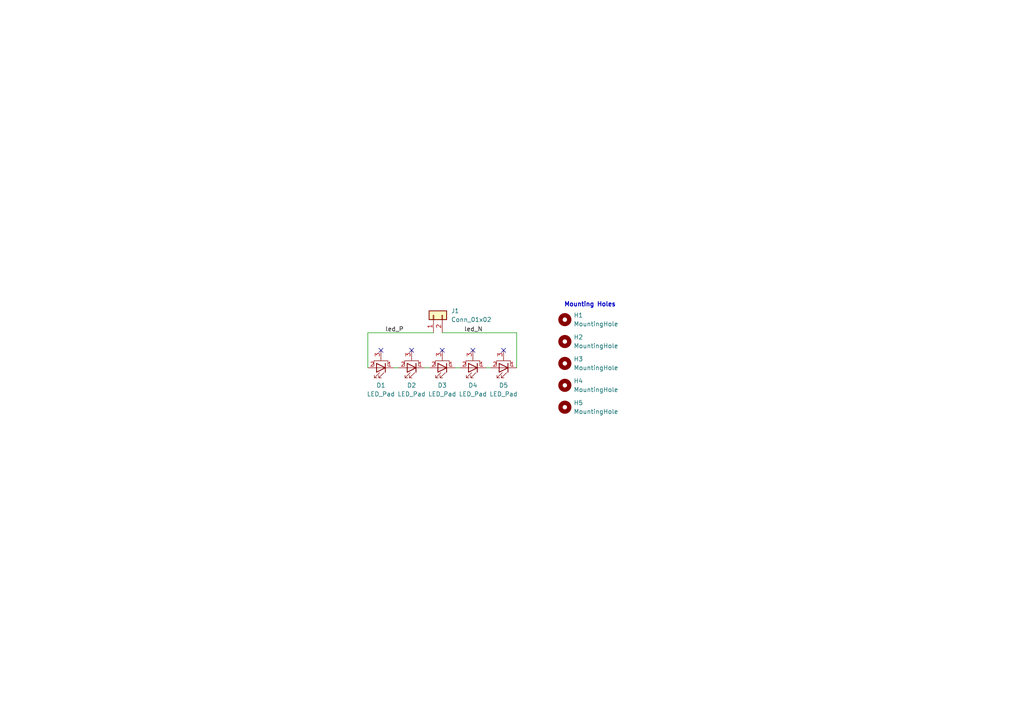
<source format=kicad_sch>
(kicad_sch (version 20250114) (generator "eeschema") (generator_version "9.0")
  (paper "A4")
  (title_block (title "Terrarium LED Board") (date "2025-03-11") (rev "v0.3"))
  (lib_symbols
    (symbol "Connector_Generic:Conn_01x02" (pin_names (offset 1.016) (hide yes))
      (property "Reference" "J" (at 0 2.54 0))
      (property "Value" "Conn_01x02" (at 0 -5.08 0))
      (symbol "Conn_01x02_1_1"
        (rectangle (start -1.27 1.27) (end 1.27 -3.81) (stroke (width 0.254)) (fill (type background)))
        (rectangle (start -1.27 0.127) (end 0 -0.127) (stroke (width 0.1524)))
        (rectangle (start -1.27 -2.413) (end 0 -2.667) (stroke (width 0.1524)))
        (pin passive line (at -5.08 0 0) (length 3.81) (name "Pin_1") (number "1"))
        (pin passive line (at -5.08 -2.54 0) (length 3.81) (name "Pin_2") (number "2"))
      )
    )
    (symbol "Device:LED_Pad" (pin_names (offset 1.016) (hide yes))
      (property "Reference" "D" (at 0 5.715 0))
      (property "Value" "LED_Pad" (at 0 3.81 0))
      (symbol "LED_Pad_0_1"
        (polyline (pts (xy -2.032 -0.508) (xy -2.032 -2.032) (xy 2.032 -2.032) (xy 2.032 -0.508)))
        (polyline (pts (xy -1.27 0) (xy 1.27 0)))
        (polyline (pts (xy -1.27 -1.27) (xy -1.27 1.27)) (stroke (width 0.254)))
        (polyline (pts (xy -0.889 1.397) (xy 0.635 2.921) (xy -0.127 2.921) (xy 0.635 2.921) (xy 0.635 2.159)))
        (polyline (pts (xy 0 -2.54) (xy 0 -2.032)))
        (polyline (pts (xy 0.381 1.397) (xy 1.905 2.921) (xy 1.143 2.921) (xy 1.905 2.921) (xy 1.905 2.159)))
        (polyline (pts (xy 1.27 -1.27) (xy 1.27 1.27) (xy -1.27 0) (xy 1.27 -1.27)) (stroke (width 0.254)))
      )
      (symbol "LED_Pad_1_1"
        (pin passive line (at -3.81 0 0) (length 2.54) (name "K") (number "1"))
        (pin passive line (at 0 -5.08 90) (length 2.54) (name "PAD") (number "3"))
        (pin passive line (at 3.81 0 180) (length 2.54) (name "A") (number "2"))
      )
    )
    (symbol "Mechanical:MountingHole" (pin_names (offset 1.016)) (exclude_from_sim yes) (in_bom no)
      (property "Reference" "H" (at 0 5.08 0))
      (property "Value" "MountingHole" (at 0 3.175 0))
      (symbol "MountingHole_0_1"
        (circle (center 0 0) (radius 1.27) (stroke (width 1.27)))
      )
    )
  )
  (text "Mounting Holes" (at 163.576 89.154 0) (effects (font (size 1.27 1.27) (thickness 0.254) (bold yes)) (justify left bottom)))
  (no_connect (at 110.49 101.6))
  (no_connect (at 128.27 101.6))
  (no_connect (at 119.38 101.6))
  (no_connect (at 137.16 101.6))
  (no_connect (at 146.05 101.6))
  (wire (pts (xy 125.73 96.52) (xy 106.68 96.52)))
  (wire (pts (xy 128.27 96.52) (xy 149.86 96.52)))
  (wire (pts (xy 114.3 106.68) (xy 115.57 106.68)))
  (wire (pts (xy 106.68 96.52) (xy 106.68 106.68)))
  (wire (pts (xy 149.86 96.52) (xy 149.86 106.68)))
  (wire (pts (xy 140.97 106.68) (xy 142.24 106.68)))
  (wire (pts (xy 123.19 106.68) (xy 124.46 106.68)))
  (wire (pts (xy 132.08 106.68) (xy 133.35 106.68)))
  (label "led_P" (at 111.76 96.52 0))
  (label "led_N" (at 134.62 96.52 0))
  (symbol (lib_id "Device:LED_Pad") (at 119.38 106.68 180) (unit 1)
    (property "Reference" "D2" (at 119.38 111.76 0))
    (property "Value" "LED_Pad" (at 119.38 114.3 0))
    (property "Footprint" "lib:LED_XTEAWT-00-0000-000000F51" (effects (hide yes)))
    (property "digikey#" "XTEAWT-00-0000-000000GF4CT-ND" (effects (hide yes)))
    (property "LCSC Part #" "C9900048586" (effects (hide yes)))
  )
  (symbol (lib_id "Mechanical:MountingHole") (at 163.83 92.71 0) (unit 1) (exclude_from_sim yes) (in_bom no)
    (property "Reference" "H1" (at 166.37 91.4399 0) (effects (justify left)))
    (property "Value" "MountingHole" (at 166.37 93.9799 0) (effects (justify left)))
    (property "Footprint" "MountingHole:MountingHole_3.2mm_M3" (effects (hide yes)))
    (property "Description" "Mounting Hole without connection" (effects (hide yes)))
  )
  (symbol (lib_id "Connector_Generic:Conn_01x02") (at 125.73 91.44 90) (unit 1)
    (property "Reference" "J1" (at 130.81 90.1699 90) (effects (justify right)))
    (property "Value" "Conn_01x02" (at 130.81 92.7099 90) (effects (justify right)))
    (property "Footprint" "lib:wire2board_smt_justin" (effects (hide yes)))
    (property "Description" "Generic connector, single row, 01x02, script generated (kicad-library-utils/schlib/autogen/connector/)" (effects (hide yes)))
    (property "LCSC Part #" "C295747" (effects (hide yes)))
  )
  (symbol (lib_id "Device:LED_Pad") (at 128.27 106.68 180) (unit 1)
    (property "Reference" "D3" (at 128.27 111.76 0))
    (property "Value" "LED_Pad" (at 128.27 114.3 0))
    (property "Footprint" "lib:LED_XTEAWT-00-0000-000000F51" (effects (hide yes)))
    (property "digikey#" "XTEAWT-00-0000-000000GF4CT-ND" (effects (hide yes)))
    (property "LCSC Part #" "C9900048586" (effects (hide yes)))
  )
  (symbol (lib_id "Device:LED_Pad") (at 110.49 106.68 180) (unit 1)
    (property "Reference" "D1" (at 110.49 111.76 0))
    (property "Value" "LED_Pad" (at 110.49 114.3 0))
    (property "Footprint" "lib:LED_XTEAWT-00-0000-000000F51" (effects (hide yes)))
    (property "digikey#" "XTEAWT-00-0000-000000GF4CT-ND" (effects (hide yes)))
    (property "LCSC Part #" "C9900048586" (effects (hide yes)))
  )
  (symbol (lib_id "Mechanical:MountingHole") (at 163.83 118.11 0) (unit 1) (exclude_from_sim yes) (in_bom no)
    (property "Reference" "H5" (at 166.37 116.8399 0) (effects (justify left)))
    (property "Value" "MountingHole" (at 166.37 119.3799 0) (effects (justify left)))
    (property "Footprint" "MountingHole:MountingHole_3.2mm_M3" (effects (hide yes)))
    (property "Description" "Mounting Hole without connection" (effects (hide yes)))
  )
  (symbol (lib_id "Device:LED_Pad") (at 137.16 106.68 180) (unit 1)
    (property "Reference" "D4" (at 137.16 111.76 0))
    (property "Value" "LED_Pad" (at 137.16 114.3 0))
    (property "Footprint" "lib:LED_XTEAWT-00-0000-000000F51" (effects (hide yes)))
    (property "digikey#" "XTEAWT-00-0000-000000GF4CT-ND" (effects (hide yes)))
    (property "LCSC Part #" "C9900048586" (effects (hide yes)))
  )
  (symbol (lib_id "Mechanical:MountingHole") (at 163.83 111.76 0) (unit 1) (exclude_from_sim yes) (in_bom no)
    (property "Reference" "H4" (at 166.37 110.4899 0) (effects (justify left)))
    (property "Value" "MountingHole" (at 166.37 113.0299 0) (effects (justify left)))
    (property "Footprint" "MountingHole:MountingHole_3.2mm_M3" (effects (hide yes)))
    (property "Description" "Mounting Hole without connection" (effects (hide yes)))
  )
  (symbol (lib_id "Device:LED_Pad") (at 146.05 106.68 180) (unit 1)
    (property "Reference" "D5" (at 146.05 111.76 0))
    (property "Value" "LED_Pad" (at 146.05 114.3 0))
    (property "Footprint" "lib:LED_XTEAWT-00-0000-000000F51" (effects (hide yes)))
    (property "digikey#" "XTEAWT-00-0000-000000GF4CT-ND" (effects (hide yes)))
    (property "LCSC Part #" "C9900048586" (effects (hide yes)))
  )
  (symbol (lib_id "Mechanical:MountingHole") (at 163.83 105.41 0) (unit 1) (exclude_from_sim yes) (in_bom no)
    (property "Reference" "H3" (at 166.37 104.1399 0) (effects (justify left)))
    (property "Value" "MountingHole" (at 166.37 106.6799 0) (effects (justify left)))
    (property "Footprint" "MountingHole:MountingHole_3.2mm_M3" (effects (hide yes)))
    (property "Description" "Mounting Hole without connection" (effects (hide yes)))
  )
  (symbol (lib_id "Mechanical:MountingHole") (at 163.83 99.06 0) (unit 1) (exclude_from_sim yes) (in_bom no)
    (property "Reference" "H2" (at 166.37 97.7899 0) (effects (justify left)))
    (property "Value" "MountingHole" (at 166.37 100.3299 0) (effects (justify left)))
    (property "Footprint" "MountingHole:MountingHole_3.2mm_M3" (effects (hide yes)))
    (property "Description" "Mounting Hole without connection" (effects (hide yes)))
  )
)
</source>
